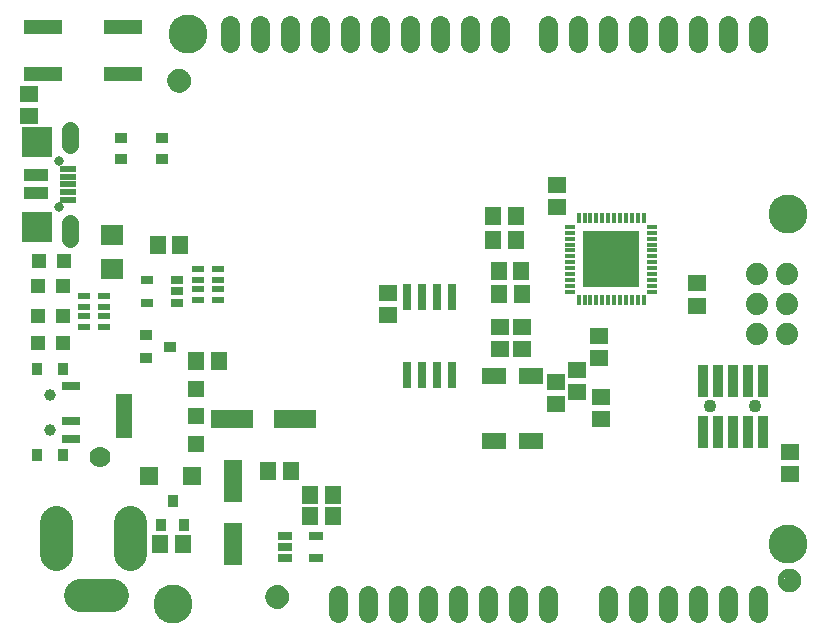
<source format=gbr>
G04 EAGLE Gerber RS-274X export*
G75*
%MOMM*%
%FSLAX34Y34*%
%LPD*%
%INSoldermask Top*%
%IPPOS*%
%AMOC8*
5,1,8,0,0,1.08239X$1,22.5*%
G01*
%ADD10C,3.301600*%
%ADD11C,1.879600*%
%ADD12C,1.601600*%
%ADD13R,1.341600X1.601600*%
%ADD14R,1.501600X3.657600*%
%ADD15R,3.657600X1.501600*%
%ADD16R,1.301600X1.301600*%
%ADD17R,1.501600X1.501600*%
%ADD18C,1.101600*%
%ADD19C,0.500000*%
%ADD20R,1.601600X1.341600*%
%ADD21R,1.301600X0.651600*%
%ADD22R,1.401600X1.401600*%
%ADD23R,1.401600X3.701600*%
%ADD24R,0.889000X0.990600*%
%ADD25C,0.801600*%
%ADD26R,2.514600X2.514600*%
%ADD27C,1.409600*%
%ADD28R,2.101600X1.101600*%
%ADD29R,1.450000X0.500000*%
%ADD30R,1.904600X1.701600*%
%ADD31R,3.301600X1.301600*%
%ADD32C,1.778000*%
%ADD33R,0.351600X0.851600*%
%ADD34R,0.851600X0.351600*%
%ADD35R,4.801600X4.801600*%
%ADD36R,2.001600X1.401600*%
%ADD37R,0.990600X0.889000*%
%ADD38R,1.091600X0.791600*%
%ADD39R,1.001600X0.551600*%
%ADD40R,0.861600X2.701600*%
%ADD41R,0.701600X2.301600*%
%ADD42R,1.101600X0.951600*%
%ADD43R,0.901600X1.101600*%
%ADD44R,1.601600X0.801600*%
%ADD45C,1.001600*%
%ADD46C,2.801600*%


D10*
X660400Y355600D03*
X660400Y76200D03*
X152400Y508000D03*
X139700Y25400D03*
D11*
X659130Y304800D03*
X659130Y279400D03*
X659130Y254000D03*
X633730Y304800D03*
X633730Y279400D03*
X633730Y254000D03*
D12*
X508000Y32900D02*
X508000Y17900D01*
X533400Y17900D02*
X533400Y32900D01*
X558800Y32900D02*
X558800Y17900D01*
X584200Y17900D02*
X584200Y32900D01*
X609600Y32900D02*
X609600Y17900D01*
X635000Y17900D02*
X635000Y32900D01*
D13*
X239370Y138430D03*
X220370Y138430D03*
D14*
X190754Y76330D03*
X190754Y129410D03*
D15*
X242440Y182626D03*
X189360Y182626D03*
D16*
X46060Y246380D03*
X25060Y246380D03*
D17*
X155914Y133858D03*
X118914Y133858D03*
D18*
X144780Y468630D03*
D19*
X144780Y476130D02*
X144599Y476128D01*
X144418Y476121D01*
X144237Y476110D01*
X144056Y476095D01*
X143876Y476075D01*
X143696Y476051D01*
X143517Y476023D01*
X143339Y475990D01*
X143162Y475953D01*
X142985Y475912D01*
X142810Y475867D01*
X142635Y475817D01*
X142462Y475763D01*
X142291Y475705D01*
X142120Y475643D01*
X141952Y475576D01*
X141785Y475506D01*
X141619Y475432D01*
X141456Y475353D01*
X141295Y475271D01*
X141135Y475185D01*
X140978Y475095D01*
X140823Y475001D01*
X140670Y474904D01*
X140520Y474802D01*
X140372Y474698D01*
X140226Y474589D01*
X140084Y474478D01*
X139944Y474362D01*
X139807Y474244D01*
X139672Y474122D01*
X139541Y473997D01*
X139413Y473869D01*
X139288Y473738D01*
X139166Y473603D01*
X139048Y473466D01*
X138932Y473326D01*
X138821Y473184D01*
X138712Y473038D01*
X138608Y472890D01*
X138506Y472740D01*
X138409Y472587D01*
X138315Y472432D01*
X138225Y472275D01*
X138139Y472115D01*
X138057Y471954D01*
X137978Y471791D01*
X137904Y471625D01*
X137834Y471458D01*
X137767Y471290D01*
X137705Y471119D01*
X137647Y470948D01*
X137593Y470775D01*
X137543Y470600D01*
X137498Y470425D01*
X137457Y470248D01*
X137420Y470071D01*
X137387Y469893D01*
X137359Y469714D01*
X137335Y469534D01*
X137315Y469354D01*
X137300Y469173D01*
X137289Y468992D01*
X137282Y468811D01*
X137280Y468630D01*
X144780Y476130D02*
X144961Y476128D01*
X145142Y476121D01*
X145323Y476110D01*
X145504Y476095D01*
X145684Y476075D01*
X145864Y476051D01*
X146043Y476023D01*
X146221Y475990D01*
X146398Y475953D01*
X146575Y475912D01*
X146750Y475867D01*
X146925Y475817D01*
X147098Y475763D01*
X147269Y475705D01*
X147440Y475643D01*
X147608Y475576D01*
X147775Y475506D01*
X147941Y475432D01*
X148104Y475353D01*
X148265Y475271D01*
X148425Y475185D01*
X148582Y475095D01*
X148737Y475001D01*
X148890Y474904D01*
X149040Y474802D01*
X149188Y474698D01*
X149334Y474589D01*
X149476Y474478D01*
X149616Y474362D01*
X149753Y474244D01*
X149888Y474122D01*
X150019Y473997D01*
X150147Y473869D01*
X150272Y473738D01*
X150394Y473603D01*
X150512Y473466D01*
X150628Y473326D01*
X150739Y473184D01*
X150848Y473038D01*
X150952Y472890D01*
X151054Y472740D01*
X151151Y472587D01*
X151245Y472432D01*
X151335Y472275D01*
X151421Y472115D01*
X151503Y471954D01*
X151582Y471791D01*
X151656Y471625D01*
X151726Y471458D01*
X151793Y471290D01*
X151855Y471119D01*
X151913Y470948D01*
X151967Y470775D01*
X152017Y470600D01*
X152062Y470425D01*
X152103Y470248D01*
X152140Y470071D01*
X152173Y469893D01*
X152201Y469714D01*
X152225Y469534D01*
X152245Y469354D01*
X152260Y469173D01*
X152271Y468992D01*
X152278Y468811D01*
X152280Y468630D01*
X152278Y468449D01*
X152271Y468268D01*
X152260Y468087D01*
X152245Y467906D01*
X152225Y467726D01*
X152201Y467546D01*
X152173Y467367D01*
X152140Y467189D01*
X152103Y467012D01*
X152062Y466835D01*
X152017Y466660D01*
X151967Y466485D01*
X151913Y466312D01*
X151855Y466141D01*
X151793Y465970D01*
X151726Y465802D01*
X151656Y465635D01*
X151582Y465469D01*
X151503Y465306D01*
X151421Y465145D01*
X151335Y464985D01*
X151245Y464828D01*
X151151Y464673D01*
X151054Y464520D01*
X150952Y464370D01*
X150848Y464222D01*
X150739Y464076D01*
X150628Y463934D01*
X150512Y463794D01*
X150394Y463657D01*
X150272Y463522D01*
X150147Y463391D01*
X150019Y463263D01*
X149888Y463138D01*
X149753Y463016D01*
X149616Y462898D01*
X149476Y462782D01*
X149334Y462671D01*
X149188Y462562D01*
X149040Y462458D01*
X148890Y462356D01*
X148737Y462259D01*
X148582Y462165D01*
X148425Y462075D01*
X148265Y461989D01*
X148104Y461907D01*
X147941Y461828D01*
X147775Y461754D01*
X147608Y461684D01*
X147440Y461617D01*
X147269Y461555D01*
X147098Y461497D01*
X146925Y461443D01*
X146750Y461393D01*
X146575Y461348D01*
X146398Y461307D01*
X146221Y461270D01*
X146043Y461237D01*
X145864Y461209D01*
X145684Y461185D01*
X145504Y461165D01*
X145323Y461150D01*
X145142Y461139D01*
X144961Y461132D01*
X144780Y461130D01*
X144599Y461132D01*
X144418Y461139D01*
X144237Y461150D01*
X144056Y461165D01*
X143876Y461185D01*
X143696Y461209D01*
X143517Y461237D01*
X143339Y461270D01*
X143162Y461307D01*
X142985Y461348D01*
X142810Y461393D01*
X142635Y461443D01*
X142462Y461497D01*
X142291Y461555D01*
X142120Y461617D01*
X141952Y461684D01*
X141785Y461754D01*
X141619Y461828D01*
X141456Y461907D01*
X141295Y461989D01*
X141135Y462075D01*
X140978Y462165D01*
X140823Y462259D01*
X140670Y462356D01*
X140520Y462458D01*
X140372Y462562D01*
X140226Y462671D01*
X140084Y462782D01*
X139944Y462898D01*
X139807Y463016D01*
X139672Y463138D01*
X139541Y463263D01*
X139413Y463391D01*
X139288Y463522D01*
X139166Y463657D01*
X139048Y463794D01*
X138932Y463934D01*
X138821Y464076D01*
X138712Y464222D01*
X138608Y464370D01*
X138506Y464520D01*
X138409Y464673D01*
X138315Y464828D01*
X138225Y464985D01*
X138139Y465145D01*
X138057Y465306D01*
X137978Y465469D01*
X137904Y465635D01*
X137834Y465802D01*
X137767Y465970D01*
X137705Y466141D01*
X137647Y466312D01*
X137593Y466485D01*
X137543Y466660D01*
X137498Y466835D01*
X137457Y467012D01*
X137420Y467189D01*
X137387Y467367D01*
X137359Y467546D01*
X137335Y467726D01*
X137315Y467906D01*
X137300Y468087D01*
X137289Y468268D01*
X137282Y468449D01*
X137280Y468630D01*
D18*
X661590Y45490D03*
D19*
X661590Y52990D02*
X661409Y52988D01*
X661228Y52981D01*
X661047Y52970D01*
X660866Y52955D01*
X660686Y52935D01*
X660506Y52911D01*
X660327Y52883D01*
X660149Y52850D01*
X659972Y52813D01*
X659795Y52772D01*
X659620Y52727D01*
X659445Y52677D01*
X659272Y52623D01*
X659101Y52565D01*
X658930Y52503D01*
X658762Y52436D01*
X658595Y52366D01*
X658429Y52292D01*
X658266Y52213D01*
X658105Y52131D01*
X657945Y52045D01*
X657788Y51955D01*
X657633Y51861D01*
X657480Y51764D01*
X657330Y51662D01*
X657182Y51558D01*
X657036Y51449D01*
X656894Y51338D01*
X656754Y51222D01*
X656617Y51104D01*
X656482Y50982D01*
X656351Y50857D01*
X656223Y50729D01*
X656098Y50598D01*
X655976Y50463D01*
X655858Y50326D01*
X655742Y50186D01*
X655631Y50044D01*
X655522Y49898D01*
X655418Y49750D01*
X655316Y49600D01*
X655219Y49447D01*
X655125Y49292D01*
X655035Y49135D01*
X654949Y48975D01*
X654867Y48814D01*
X654788Y48651D01*
X654714Y48485D01*
X654644Y48318D01*
X654577Y48150D01*
X654515Y47979D01*
X654457Y47808D01*
X654403Y47635D01*
X654353Y47460D01*
X654308Y47285D01*
X654267Y47108D01*
X654230Y46931D01*
X654197Y46753D01*
X654169Y46574D01*
X654145Y46394D01*
X654125Y46214D01*
X654110Y46033D01*
X654099Y45852D01*
X654092Y45671D01*
X654090Y45490D01*
X661590Y52990D02*
X661771Y52988D01*
X661952Y52981D01*
X662133Y52970D01*
X662314Y52955D01*
X662494Y52935D01*
X662674Y52911D01*
X662853Y52883D01*
X663031Y52850D01*
X663208Y52813D01*
X663385Y52772D01*
X663560Y52727D01*
X663735Y52677D01*
X663908Y52623D01*
X664079Y52565D01*
X664250Y52503D01*
X664418Y52436D01*
X664585Y52366D01*
X664751Y52292D01*
X664914Y52213D01*
X665075Y52131D01*
X665235Y52045D01*
X665392Y51955D01*
X665547Y51861D01*
X665700Y51764D01*
X665850Y51662D01*
X665998Y51558D01*
X666144Y51449D01*
X666286Y51338D01*
X666426Y51222D01*
X666563Y51104D01*
X666698Y50982D01*
X666829Y50857D01*
X666957Y50729D01*
X667082Y50598D01*
X667204Y50463D01*
X667322Y50326D01*
X667438Y50186D01*
X667549Y50044D01*
X667658Y49898D01*
X667762Y49750D01*
X667864Y49600D01*
X667961Y49447D01*
X668055Y49292D01*
X668145Y49135D01*
X668231Y48975D01*
X668313Y48814D01*
X668392Y48651D01*
X668466Y48485D01*
X668536Y48318D01*
X668603Y48150D01*
X668665Y47979D01*
X668723Y47808D01*
X668777Y47635D01*
X668827Y47460D01*
X668872Y47285D01*
X668913Y47108D01*
X668950Y46931D01*
X668983Y46753D01*
X669011Y46574D01*
X669035Y46394D01*
X669055Y46214D01*
X669070Y46033D01*
X669081Y45852D01*
X669088Y45671D01*
X669090Y45490D01*
X669088Y45309D01*
X669081Y45128D01*
X669070Y44947D01*
X669055Y44766D01*
X669035Y44586D01*
X669011Y44406D01*
X668983Y44227D01*
X668950Y44049D01*
X668913Y43872D01*
X668872Y43695D01*
X668827Y43520D01*
X668777Y43345D01*
X668723Y43172D01*
X668665Y43001D01*
X668603Y42830D01*
X668536Y42662D01*
X668466Y42495D01*
X668392Y42329D01*
X668313Y42166D01*
X668231Y42005D01*
X668145Y41845D01*
X668055Y41688D01*
X667961Y41533D01*
X667864Y41380D01*
X667762Y41230D01*
X667658Y41082D01*
X667549Y40936D01*
X667438Y40794D01*
X667322Y40654D01*
X667204Y40517D01*
X667082Y40382D01*
X666957Y40251D01*
X666829Y40123D01*
X666698Y39998D01*
X666563Y39876D01*
X666426Y39758D01*
X666286Y39642D01*
X666144Y39531D01*
X665998Y39422D01*
X665850Y39318D01*
X665700Y39216D01*
X665547Y39119D01*
X665392Y39025D01*
X665235Y38935D01*
X665075Y38849D01*
X664914Y38767D01*
X664751Y38688D01*
X664585Y38614D01*
X664418Y38544D01*
X664250Y38477D01*
X664079Y38415D01*
X663908Y38357D01*
X663735Y38303D01*
X663560Y38253D01*
X663385Y38208D01*
X663208Y38167D01*
X663031Y38130D01*
X662853Y38097D01*
X662674Y38069D01*
X662494Y38045D01*
X662314Y38025D01*
X662133Y38010D01*
X661952Y37999D01*
X661771Y37992D01*
X661590Y37990D01*
X661409Y37992D01*
X661228Y37999D01*
X661047Y38010D01*
X660866Y38025D01*
X660686Y38045D01*
X660506Y38069D01*
X660327Y38097D01*
X660149Y38130D01*
X659972Y38167D01*
X659795Y38208D01*
X659620Y38253D01*
X659445Y38303D01*
X659272Y38357D01*
X659101Y38415D01*
X658930Y38477D01*
X658762Y38544D01*
X658595Y38614D01*
X658429Y38688D01*
X658266Y38767D01*
X658105Y38849D01*
X657945Y38935D01*
X657788Y39025D01*
X657633Y39119D01*
X657480Y39216D01*
X657330Y39318D01*
X657182Y39422D01*
X657036Y39531D01*
X656894Y39642D01*
X656754Y39758D01*
X656617Y39876D01*
X656482Y39998D01*
X656351Y40123D01*
X656223Y40251D01*
X656098Y40382D01*
X655976Y40517D01*
X655858Y40654D01*
X655742Y40794D01*
X655631Y40936D01*
X655522Y41082D01*
X655418Y41230D01*
X655316Y41380D01*
X655219Y41533D01*
X655125Y41688D01*
X655035Y41845D01*
X654949Y42005D01*
X654867Y42166D01*
X654788Y42329D01*
X654714Y42495D01*
X654644Y42662D01*
X654577Y42830D01*
X654515Y43001D01*
X654457Y43172D01*
X654403Y43345D01*
X654353Y43520D01*
X654308Y43695D01*
X654267Y43872D01*
X654230Y44049D01*
X654197Y44227D01*
X654169Y44406D01*
X654145Y44586D01*
X654125Y44766D01*
X654110Y44947D01*
X654099Y45128D01*
X654092Y45309D01*
X654090Y45490D01*
D18*
X227800Y31560D03*
D19*
X227800Y39060D02*
X227619Y39058D01*
X227438Y39051D01*
X227257Y39040D01*
X227076Y39025D01*
X226896Y39005D01*
X226716Y38981D01*
X226537Y38953D01*
X226359Y38920D01*
X226182Y38883D01*
X226005Y38842D01*
X225830Y38797D01*
X225655Y38747D01*
X225482Y38693D01*
X225311Y38635D01*
X225140Y38573D01*
X224972Y38506D01*
X224805Y38436D01*
X224639Y38362D01*
X224476Y38283D01*
X224315Y38201D01*
X224155Y38115D01*
X223998Y38025D01*
X223843Y37931D01*
X223690Y37834D01*
X223540Y37732D01*
X223392Y37628D01*
X223246Y37519D01*
X223104Y37408D01*
X222964Y37292D01*
X222827Y37174D01*
X222692Y37052D01*
X222561Y36927D01*
X222433Y36799D01*
X222308Y36668D01*
X222186Y36533D01*
X222068Y36396D01*
X221952Y36256D01*
X221841Y36114D01*
X221732Y35968D01*
X221628Y35820D01*
X221526Y35670D01*
X221429Y35517D01*
X221335Y35362D01*
X221245Y35205D01*
X221159Y35045D01*
X221077Y34884D01*
X220998Y34721D01*
X220924Y34555D01*
X220854Y34388D01*
X220787Y34220D01*
X220725Y34049D01*
X220667Y33878D01*
X220613Y33705D01*
X220563Y33530D01*
X220518Y33355D01*
X220477Y33178D01*
X220440Y33001D01*
X220407Y32823D01*
X220379Y32644D01*
X220355Y32464D01*
X220335Y32284D01*
X220320Y32103D01*
X220309Y31922D01*
X220302Y31741D01*
X220300Y31560D01*
X227800Y39060D02*
X227981Y39058D01*
X228162Y39051D01*
X228343Y39040D01*
X228524Y39025D01*
X228704Y39005D01*
X228884Y38981D01*
X229063Y38953D01*
X229241Y38920D01*
X229418Y38883D01*
X229595Y38842D01*
X229770Y38797D01*
X229945Y38747D01*
X230118Y38693D01*
X230289Y38635D01*
X230460Y38573D01*
X230628Y38506D01*
X230795Y38436D01*
X230961Y38362D01*
X231124Y38283D01*
X231285Y38201D01*
X231445Y38115D01*
X231602Y38025D01*
X231757Y37931D01*
X231910Y37834D01*
X232060Y37732D01*
X232208Y37628D01*
X232354Y37519D01*
X232496Y37408D01*
X232636Y37292D01*
X232773Y37174D01*
X232908Y37052D01*
X233039Y36927D01*
X233167Y36799D01*
X233292Y36668D01*
X233414Y36533D01*
X233532Y36396D01*
X233648Y36256D01*
X233759Y36114D01*
X233868Y35968D01*
X233972Y35820D01*
X234074Y35670D01*
X234171Y35517D01*
X234265Y35362D01*
X234355Y35205D01*
X234441Y35045D01*
X234523Y34884D01*
X234602Y34721D01*
X234676Y34555D01*
X234746Y34388D01*
X234813Y34220D01*
X234875Y34049D01*
X234933Y33878D01*
X234987Y33705D01*
X235037Y33530D01*
X235082Y33355D01*
X235123Y33178D01*
X235160Y33001D01*
X235193Y32823D01*
X235221Y32644D01*
X235245Y32464D01*
X235265Y32284D01*
X235280Y32103D01*
X235291Y31922D01*
X235298Y31741D01*
X235300Y31560D01*
X235298Y31379D01*
X235291Y31198D01*
X235280Y31017D01*
X235265Y30836D01*
X235245Y30656D01*
X235221Y30476D01*
X235193Y30297D01*
X235160Y30119D01*
X235123Y29942D01*
X235082Y29765D01*
X235037Y29590D01*
X234987Y29415D01*
X234933Y29242D01*
X234875Y29071D01*
X234813Y28900D01*
X234746Y28732D01*
X234676Y28565D01*
X234602Y28399D01*
X234523Y28236D01*
X234441Y28075D01*
X234355Y27915D01*
X234265Y27758D01*
X234171Y27603D01*
X234074Y27450D01*
X233972Y27300D01*
X233868Y27152D01*
X233759Y27006D01*
X233648Y26864D01*
X233532Y26724D01*
X233414Y26587D01*
X233292Y26452D01*
X233167Y26321D01*
X233039Y26193D01*
X232908Y26068D01*
X232773Y25946D01*
X232636Y25828D01*
X232496Y25712D01*
X232354Y25601D01*
X232208Y25492D01*
X232060Y25388D01*
X231910Y25286D01*
X231757Y25189D01*
X231602Y25095D01*
X231445Y25005D01*
X231285Y24919D01*
X231124Y24837D01*
X230961Y24758D01*
X230795Y24684D01*
X230628Y24614D01*
X230460Y24547D01*
X230289Y24485D01*
X230118Y24427D01*
X229945Y24373D01*
X229770Y24323D01*
X229595Y24278D01*
X229418Y24237D01*
X229241Y24200D01*
X229063Y24167D01*
X228884Y24139D01*
X228704Y24115D01*
X228524Y24095D01*
X228343Y24080D01*
X228162Y24069D01*
X227981Y24062D01*
X227800Y24060D01*
X227619Y24062D01*
X227438Y24069D01*
X227257Y24080D01*
X227076Y24095D01*
X226896Y24115D01*
X226716Y24139D01*
X226537Y24167D01*
X226359Y24200D01*
X226182Y24237D01*
X226005Y24278D01*
X225830Y24323D01*
X225655Y24373D01*
X225482Y24427D01*
X225311Y24485D01*
X225140Y24547D01*
X224972Y24614D01*
X224805Y24684D01*
X224639Y24758D01*
X224476Y24837D01*
X224315Y24919D01*
X224155Y25005D01*
X223998Y25095D01*
X223843Y25189D01*
X223690Y25286D01*
X223540Y25388D01*
X223392Y25492D01*
X223246Y25601D01*
X223104Y25712D01*
X222964Y25828D01*
X222827Y25946D01*
X222692Y26068D01*
X222561Y26193D01*
X222433Y26321D01*
X222308Y26452D01*
X222186Y26587D01*
X222068Y26724D01*
X221952Y26864D01*
X221841Y27006D01*
X221732Y27152D01*
X221628Y27300D01*
X221526Y27450D01*
X221429Y27603D01*
X221335Y27758D01*
X221245Y27915D01*
X221159Y28075D01*
X221077Y28236D01*
X220998Y28399D01*
X220924Y28565D01*
X220854Y28732D01*
X220787Y28900D01*
X220725Y29071D01*
X220667Y29242D01*
X220613Y29415D01*
X220563Y29590D01*
X220518Y29765D01*
X220477Y29942D01*
X220440Y30119D01*
X220407Y30297D01*
X220379Y30476D01*
X220355Y30656D01*
X220335Y30836D01*
X220320Y31017D01*
X220309Y31198D01*
X220302Y31379D01*
X220300Y31560D01*
D20*
X463550Y194970D03*
X463550Y213970D03*
D16*
X26330Y316230D03*
X47330Y316230D03*
D20*
X582994Y278110D03*
X582994Y297110D03*
D13*
X255930Y100330D03*
X274930Y100330D03*
D21*
X234650Y83160D03*
X234650Y73660D03*
X234650Y64160D03*
X260650Y64160D03*
X260650Y83160D03*
D20*
X500226Y233570D03*
X500226Y252570D03*
D22*
X159278Y161404D03*
X159278Y184404D03*
X159278Y207404D03*
D23*
X98278Y184404D03*
D13*
X159410Y231140D03*
X178410Y231140D03*
X274930Y118110D03*
X255930Y118110D03*
D24*
X129794Y92710D03*
X149098Y92710D03*
X139446Y113030D03*
D13*
X128930Y76200D03*
X147930Y76200D03*
D25*
X43180Y400500D03*
X43180Y361500D03*
D26*
X24180Y345000D03*
X24180Y417000D03*
D27*
X52180Y414000D02*
X52180Y427080D01*
X52180Y348000D02*
X52180Y334920D01*
D28*
X23180Y388500D03*
X23180Y373500D03*
D29*
X50930Y394000D03*
X50930Y387500D03*
X50930Y381000D03*
X50930Y374500D03*
X50930Y368000D03*
D16*
X46060Y269240D03*
X25060Y269240D03*
X46060Y294640D03*
X25060Y294640D03*
D30*
X87630Y309630D03*
X87630Y338070D03*
D31*
X97500Y474030D03*
X29500Y474030D03*
X29500Y514030D03*
X97500Y514030D03*
D12*
X187960Y515500D02*
X187960Y500500D01*
X213360Y500500D02*
X213360Y515500D01*
X238760Y515500D02*
X238760Y500500D01*
X264160Y500500D02*
X264160Y515500D01*
X289560Y515500D02*
X289560Y500500D01*
X314960Y500500D02*
X314960Y515500D01*
X340360Y515500D02*
X340360Y500500D01*
X365760Y500500D02*
X365760Y515500D01*
X391160Y515500D02*
X391160Y500500D01*
X416560Y500500D02*
X416560Y515500D01*
X457200Y515500D02*
X457200Y500500D01*
X482600Y500500D02*
X482600Y515500D01*
X508000Y515500D02*
X508000Y500500D01*
X533400Y500500D02*
X533400Y515500D01*
X558800Y515500D02*
X558800Y500500D01*
X584200Y500500D02*
X584200Y515500D01*
X609600Y515500D02*
X609600Y500500D01*
X635000Y500500D02*
X635000Y515500D01*
X279400Y32900D02*
X279400Y17900D01*
X304800Y17900D02*
X304800Y32900D01*
X330200Y32900D02*
X330200Y17900D01*
X355600Y17900D02*
X355600Y32900D01*
X381000Y32900D02*
X381000Y17900D01*
X406400Y17900D02*
X406400Y32900D01*
X431800Y32900D02*
X431800Y17900D01*
X457200Y17900D02*
X457200Y32900D01*
D20*
X481792Y204848D03*
X481792Y223848D03*
X17780Y457810D03*
X17780Y438810D03*
D32*
X77470Y149860D03*
D33*
X483040Y282750D03*
X488040Y282750D03*
X493040Y282750D03*
X498040Y282750D03*
X503040Y282750D03*
X508040Y282750D03*
X513040Y282750D03*
X518040Y282750D03*
X523040Y282750D03*
X528040Y282750D03*
X533040Y282750D03*
D34*
X545290Y290000D03*
X545290Y295000D03*
X545290Y300000D03*
X545290Y305000D03*
X545290Y310000D03*
X545290Y315000D03*
X545290Y320000D03*
X545290Y325000D03*
X545290Y330000D03*
X545290Y335000D03*
X545290Y340000D03*
D33*
X538040Y352250D03*
X533040Y352250D03*
X528040Y352250D03*
X523040Y352250D03*
X518040Y352250D03*
X513040Y352250D03*
X508040Y352250D03*
X503040Y352250D03*
X498040Y352250D03*
X493040Y352250D03*
X488040Y352250D03*
D34*
X475790Y345000D03*
X475790Y340000D03*
X475790Y335000D03*
X475790Y330000D03*
X475790Y325000D03*
X475790Y320000D03*
X475790Y315000D03*
X475790Y310000D03*
X475790Y305000D03*
X475790Y300000D03*
X475790Y295000D03*
D35*
X510540Y317500D03*
D33*
X538040Y282750D03*
D34*
X545290Y345000D03*
D33*
X483040Y352250D03*
D34*
X475790Y290000D03*
D13*
X434442Y307594D03*
X415442Y307594D03*
D20*
X416560Y241325D03*
X416560Y260325D03*
X435102Y241325D03*
X435102Y260325D03*
D36*
X410974Y218762D03*
X410974Y163762D03*
X442974Y163762D03*
X442974Y218762D03*
D37*
X137160Y243332D03*
X116840Y233680D03*
X116840Y252984D03*
D13*
X126898Y329184D03*
X145898Y329184D03*
D38*
X143202Y280822D03*
X143202Y290322D03*
X143202Y299822D03*
X117302Y299822D03*
X117302Y280822D03*
D39*
X80890Y286050D03*
X63890Y286050D03*
X80890Y277050D03*
X80890Y269050D03*
X80890Y260050D03*
X63890Y260050D03*
X63890Y277050D03*
X63890Y269050D03*
X160410Y282910D03*
X177410Y282910D03*
X160410Y291910D03*
X160410Y299910D03*
X160410Y308910D03*
X177410Y308910D03*
X177410Y291910D03*
X177410Y299910D03*
D40*
X638810Y171540D03*
X626110Y171540D03*
X613410Y171540D03*
X600710Y171540D03*
X588010Y171540D03*
X638810Y214540D03*
X626110Y214540D03*
X613410Y214540D03*
X600710Y214540D03*
X588010Y214540D03*
D18*
X632460Y193040D03*
X594360Y193040D03*
D20*
X501650Y182270D03*
X501650Y201270D03*
D13*
X415950Y288290D03*
X434950Y288290D03*
X410870Y334010D03*
X429870Y334010D03*
X410870Y354330D03*
X429870Y354330D03*
D20*
X661670Y135280D03*
X661670Y154280D03*
D41*
X350520Y219580D03*
X350520Y285880D03*
X337820Y219580D03*
X363220Y219580D03*
X375920Y219580D03*
X337820Y285880D03*
X363220Y285880D03*
X375920Y285880D03*
D20*
X321310Y269900D03*
X321310Y288900D03*
D42*
X130530Y402730D03*
X95530Y402730D03*
X130530Y420230D03*
X95530Y420230D03*
D20*
X464820Y380340D03*
X464820Y361340D03*
D43*
X24560Y224460D03*
X46560Y224460D03*
X46560Y151460D03*
X24560Y151460D03*
D44*
X53060Y165460D03*
X53060Y180460D03*
X53060Y210460D03*
D45*
X35560Y202960D03*
X35560Y172960D03*
D46*
X102980Y94780D02*
X102980Y67780D01*
X40480Y67780D02*
X40480Y94780D01*
X60980Y33280D02*
X87980Y33280D01*
M02*

</source>
